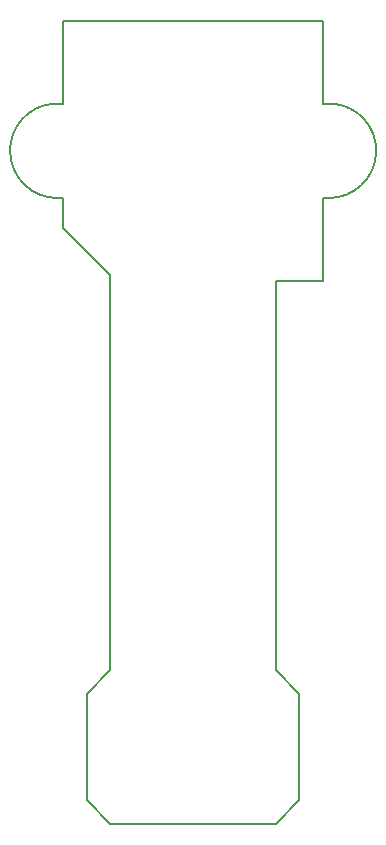
<source format=gbr>
G04 (created by PCBNEW (2013-may-18)-stable) date Пт 28 авг 2015 20:52:40*
%MOIN*%
G04 Gerber Fmt 3.4, Leading zero omitted, Abs format*
%FSLAX34Y34*%
G01*
G70*
G90*
G04 APERTURE LIST*
%ADD10C,0.00393701*%
%ADD11C,0.00590551*%
G04 APERTURE END LIST*
G54D10*
G54D11*
X16090Y-11354D02*
G75*
G03X17703Y-9818I38J1574D01*
G74*
G01*
X8845Y-14110D02*
X8845Y-13913D01*
X14357Y-14504D02*
X14357Y-14110D01*
X14357Y-14504D02*
X14357Y-27102D01*
X8845Y-27102D02*
X8845Y-14110D01*
X8058Y-27890D02*
X8845Y-27102D01*
X15144Y-27890D02*
X14357Y-27102D01*
X15144Y-31433D02*
X15144Y-27890D01*
X8058Y-31433D02*
X8058Y-27890D01*
X14357Y-32220D02*
X15144Y-31433D01*
X8845Y-32220D02*
X8058Y-31433D01*
X8845Y-32220D02*
X14357Y-32220D01*
X7270Y-12338D02*
X8845Y-13913D01*
X7270Y-11354D02*
X7270Y-12338D01*
X7113Y-11354D02*
X7270Y-11354D01*
X15932Y-14110D02*
X14357Y-14110D01*
X15932Y-11354D02*
X15932Y-14110D01*
X16089Y-11354D02*
X15932Y-11354D01*
X15932Y-8205D02*
X16207Y-8205D01*
X15932Y-5449D02*
X15932Y-8205D01*
X7270Y-5449D02*
X15932Y-5449D01*
X7270Y-8205D02*
X7270Y-5449D01*
X6995Y-8205D02*
X7270Y-8205D01*
X17703Y-9859D02*
G75*
G03X16208Y-8205I-1574J79D01*
G74*
G01*
X5499Y-9818D02*
G75*
G03X7112Y-11354I1574J38D01*
G74*
G01*
X6994Y-8205D02*
G75*
G03X5499Y-9859I79J-1574D01*
G74*
G01*
M02*

</source>
